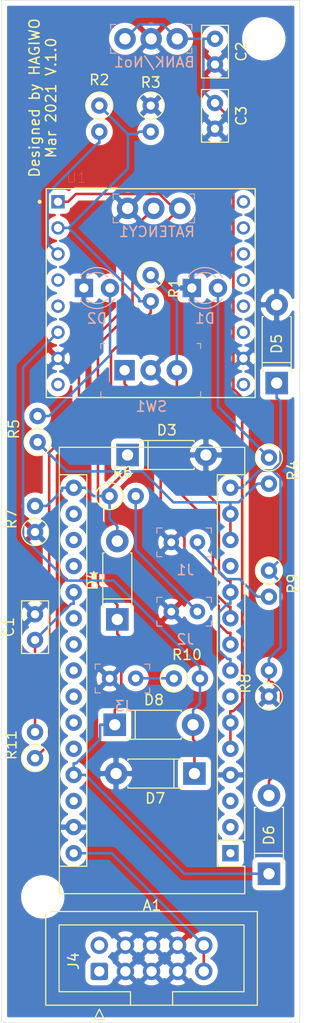
<source format=kicad_pcb>
(kicad_pcb (version 20171130) (host pcbnew "(5.1.9)-1")
  (layers (0 F.Cu signal) (31 B.Cu signal) (34 B.Paste user) (35 F.Paste user) (36 B.SilkS user) (37 F.SilkS user) (38 B.Mask user) (39 F.Mask user) (44 Edge.Cuts user))
  (net 0 "")
  (net 1 "Net-(A1-Pad20)")
  (net 2 GND)
  (net 3 "Net-(A1-Pad5)")
  (net 4 "Net-(A1-Pad30)")
  (net 5 "Net-(J4-Pad2)")
  (net 6 "Net-(J4-Pad1)")
  (net 7 "Net-(A1-Pad11)")
  (net 8 "Net-(A1-Pad9)")
  (net 9 "Net-(R2-Pad2)")
  (net 10 "Net-(D1-Pad2)")
  (net 11 "Net-(A1-Pad13)")
  (net 12 "Net-(D2-Pad2)")
  (net 13 "Net-(A1-Pad16)")
  (net 14 "Net-(J2-PadT)")
  (net 15 "Net-(A1-Pad15)")
  (net 16 "Net-(J1-PadT)")
  (net 17 "Net-(J3-PadT)")
  (net 18 "Net-(D7-Pad1)")
  (net 19 "Net-(R11-Pad1)")
  (net 20 "Net-(A1-Pad1)")
  (net 21 "Net-(A1-Pad17)")
  (net 22 "Net-(A1-Pad2)")
  (net 23 "Net-(A1-Pad18)")
  (net 24 "Net-(A1-Pad3)")
  (net 25 "Net-(A1-Pad19)")
  (net 26 "Net-(A1-Pad21)")
  (net 27 "Net-(A1-Pad22)")
  (net 28 "Net-(A1-Pad7)")
  (net 29 "Net-(A1-Pad23)")
  (net 30 "Net-(A1-Pad24)")
  (net 31 "Net-(A1-Pad25)")
  (net 32 "Net-(A1-Pad10)")
  (net 33 "Net-(A1-Pad26)")
  (net 34 5V)
  (net 35 "Net-(A1-Pad12)")
  (net 36 "Net-(A1-Pad28)")
  (net 37 "Net-(U1-Pad9)")
  (net 38 "Net-(U1-Pad8)")
  (net 39 "Net-(U1-Pad16)")
  (net 40 "Net-(U1-Pad15)")
  (net 41 "Net-(U1-Pad11)")
  (net 42 "Net-(U1-Pad14)")
  (net 43 "Net-(U1-Pad12)")
  (net 44 "Net-(U1-Pad13)")
  (net 45 "Net-(U1-Pad5)")
  (net 46 "Net-(U1-Pad4)")
  (module MountingHole:MountingHole_3.2mm_M3 (layer F.Cu) (at 100.5 39.25)
    (fp_text reference H6 hide)
    (fp_text value MountingHole hide)
    (pad 1 np_thru_hole circle (at 0 0) (size 3.2 3.2) (drill 3.2) (layers *.Cu *.Mask))
  )
  (module MountingHole:MountingHole_3.2mm_M3 (layer F.Cu) (at 79 122.75)
    (fp_text reference H7 hide)
    (fp_text value MountingHole hide)
    (pad 1 np_thru_hole circle (at 0 0) (size 3.2 3.2) (drill 3.2) (layers *.Cu *.Mask))
  )
  (module digikey-footprints:Switch_Toggle_ATE1D-2M3-10-Z (layer B.Cu) (at 89.5 71.5)
    (fp_text reference SW1 (at 0.06 3.53) (layer B.SilkS) (effects (justify mirror)))
    (fp_text value "ON OFF ON")
    (fp_line (start -4.85 2.6) (end -4.5 2.6) (layer B.SilkS) (width 0.1))
    (fp_line (start -4.85 2.6) (end -4.85 2.1) (layer B.SilkS) (width 0.1))
    (fp_line (start 4.85 2.6) (end 4.5 2.6) (layer B.SilkS) (width 0.1))
    (fp_line (start 4.85 2.6) (end 4.85 2.1) (layer B.SilkS) (width 0.1))
    (fp_line (start 4.85 -2.6) (end 4.85 -2.1) (layer B.SilkS) (width 0.1))
    (fp_line (start 4.85 -2.6) (end 4.5 -2.6) (layer B.SilkS) (width 0.1))
    (fp_line (start -4.85 -2.6) (end -4.5 -2.6) (layer B.SilkS) (width 0.1))
    (fp_line (start -4.85 -2.6) (end -4.85 -2.1) (layer B.SilkS) (width 0.1))
    (pad 3 thru_hole circle (at 2.54 0) (size 2 2) (drill 1) (layers *.Cu *.Mask) (net 7 "Net-(A1-Pad11)"))
    (pad 2 thru_hole circle (at 0 0) (size 2 2) (drill 1) (layers *.Cu *.Mask) (net 2 GND))
    (pad 1 thru_hole rect (at -2.54 0) (size 2 2) (drill 1) (layers *.Cu *.Mask) (net 32 "Net-(A1-Pad10)"))
  )
  (module Modul_DFR0299:MODULE_DFR0299 (layer F.Cu) (at 89.5 64)
    (fp_text reference U1 (at -7.225 -11.235) (layer F.SilkS) (effects (font (thickness 0.015))))
    (fp_text value DFR0299)
    (fp_circle (center -10.8 -8.89) (end -10.7 -8.89) (layer F.SilkS) (width 0.2))
    (fp_line (start 10.16 10.16) (end -10.16 10.16) (layer F.SilkS) (width 0.127))
    (fp_line (start 10.16 -10.16) (end 10.16 10.16) (layer F.SilkS) (width 0.127))
    (fp_line (start -10.16 -10.16) (end 10.16 -10.16) (layer F.SilkS) (width 0.127))
    (fp_line (start -10.16 10.16) (end -10.16 -10.16) (layer F.SilkS) (width 0.127))
    (pad 9 thru_hole circle (at 9.017 8.89) (size 1.308 1.308) (drill 0.8) (layers *.Cu *.Mask) (net 37 "Net-(U1-Pad9)"))
    (pad 8 thru_hole circle (at -9.017 8.89) (size 1.308 1.308) (drill 0.8) (layers *.Cu *.Mask) (net 38 "Net-(U1-Pad8)"))
    (pad 16 thru_hole circle (at 9.017 -8.89) (size 1.308 1.308) (drill 0.8) (layers *.Cu *.Mask) (net 39 "Net-(U1-Pad16)"))
    (pad 1 thru_hole rect (at -9.017 -8.89) (size 1.308 1.308) (drill 0.8) (layers *.Cu *.Mask) (net 34 5V))
    (pad 10 thru_hole circle (at 9.017 6.35) (size 1.308 1.308) (drill 0.8) (layers *.Cu *.Mask) (net 2 GND))
    (pad 7 thru_hole circle (at -9.017 6.35) (size 1.308 1.308) (drill 0.8) (layers *.Cu *.Mask) (net 2 GND))
    (pad 15 thru_hole circle (at 9.017 -6.35) (size 1.308 1.308) (drill 0.8) (layers *.Cu *.Mask) (net 40 "Net-(U1-Pad15)"))
    (pad 2 thru_hole circle (at -9.017 -6.35) (size 1.308 1.308) (drill 0.8) (layers *.Cu *.Mask) (net 8 "Net-(A1-Pad9)"))
    (pad 11 thru_hole circle (at 9.017 3.81) (size 1.308 1.308) (drill 0.8) (layers *.Cu *.Mask) (net 41 "Net-(U1-Pad11)"))
    (pad 14 thru_hole circle (at 9.017 -3.81) (size 1.308 1.308) (drill 0.8) (layers *.Cu *.Mask) (net 42 "Net-(U1-Pad14)"))
    (pad 3 thru_hole circle (at -9.017 -3.81) (size 1.308 1.308) (drill 0.8) (layers *.Cu *.Mask) (net 9 "Net-(R2-Pad2)"))
    (pad 6 thru_hole circle (at -9.017 3.81) (size 1.308 1.308) (drill 0.8) (layers *.Cu *.Mask) (net 18 "Net-(D7-Pad1)"))
    (pad 12 thru_hole circle (at 9.017 1.27) (size 1.308 1.308) (drill 0.8) (layers *.Cu *.Mask) (net 43 "Net-(U1-Pad12)"))
    (pad 13 thru_hole circle (at 9.017 -1.27) (size 1.308 1.308) (drill 0.8) (layers *.Cu *.Mask) (net 44 "Net-(U1-Pad13)"))
    (pad 5 thru_hole circle (at -9.017 1.27) (size 1.308 1.308) (drill 0.8) (layers *.Cu *.Mask) (net 45 "Net-(U1-Pad5)"))
    (pad 4 thru_hole circle (at -9.017 -1.27) (size 1.308 1.308) (drill 0.8) (layers *.Cu *.Mask) (net 46 "Net-(U1-Pad4)"))
  )
  (module digikey-footprints:PinHeader_1x3_P2.54_Drill1.1mm (layer B.Cu) (at 87.25 55.75)
    (fp_text reference RATENCY1 (at 2.85 2.28) (layer B.SilkS) (effects (justify mirror)))
    (fp_text value 100k)
    (fp_line (start 6.5 1.4) (end 6 1.4) (layer B.SilkS) (width 0.1))
    (fp_line (start 6.5 1.4) (end 6.5 0.9) (layer B.SilkS) (width 0.1))
    (fp_line (start -1.4 1.4) (end -0.9 1.4) (layer B.SilkS) (width 0.1))
    (fp_line (start -1.4 1.4) (end -1.4 0.9) (layer B.SilkS) (width 0.1))
    (fp_line (start -1.4 -1.4) (end -1.4 -0.9) (layer B.SilkS) (width 0.1))
    (fp_line (start -1.4 -1.4) (end -0.9 -1.4) (layer B.SilkS) (width 0.1))
    (fp_line (start 6.5 -1.4) (end 6 -1.4) (layer B.SilkS) (width 0.1))
    (fp_line (start 6.5 -1.4) (end 6.5 -0.9) (layer B.SilkS) (width 0.1))
    (pad 3 thru_hole circle (at 5.08 0) (size 2.1 2.1) (drill 1.1) (layers *.Cu *.Mask) (net 34 5V))
    (pad 2 thru_hole circle (at 2.54 0) (size 2.1 2.1) (drill 1.1) (layers *.Cu *.Mask) (net 19 "Net-(R11-Pad1)"))
    (pad 1 thru_hole circle (at 0 0) (size 2.1 2.1) (drill 1.1) (layers *.Cu *.Mask) (net 2 GND))
  )
  (module Diodes_THT:D_DO-41_SOD81_P7.62mm_Horizontal (layer F.Cu) (at 86 106)
    (fp_text reference D8 (at 3.81 -2.41) (layer F.SilkS))
    (fp_text value D_Schottky)
    (fp_line (start 1.15 -1.28) (end 1.15 -1.41) (layer F.SilkS) (width 0.12))
    (fp_line (start 1.15 -1.41) (end 6.47 -1.41) (layer F.SilkS) (width 0.12))
    (fp_line (start 6.47 -1.41) (end 6.47 -1.28) (layer F.SilkS) (width 0.12))
    (fp_line (start 1.15 1.28) (end 1.15 1.41) (layer F.SilkS) (width 0.12))
    (fp_line (start 1.15 1.41) (end 6.47 1.41) (layer F.SilkS) (width 0.12))
    (fp_line (start 6.47 1.41) (end 6.47 1.28) (layer F.SilkS) (width 0.12))
    (fp_line (start 1.99 -1.41) (end 1.99 1.41) (layer F.SilkS) (width 0.12))
    (pad 1 thru_hole rect (at 0 0) (size 2.2 2.2) (drill 1.1) (layers *.Cu *.Mask) (net 34 5V))
    (pad 2 thru_hole oval (at 7.62 0) (size 2.2 2.2) (drill 1.1) (layers *.Cu *.Mask) (net 18 "Net-(D7-Pad1)"))
  )
  (module Diodes_THT:D_DO-41_SOD81_P7.62mm_Horizontal (layer F.Cu) (at 93.75 110.75 180)
    (fp_text reference D7 (at 3.81 -2.41) (layer F.SilkS))
    (fp_text value D_Schottky)
    (fp_line (start 1.15 -1.28) (end 1.15 -1.41) (layer F.SilkS) (width 0.12))
    (fp_line (start 1.15 -1.41) (end 6.47 -1.41) (layer F.SilkS) (width 0.12))
    (fp_line (start 6.47 -1.41) (end 6.47 -1.28) (layer F.SilkS) (width 0.12))
    (fp_line (start 1.15 1.28) (end 1.15 1.41) (layer F.SilkS) (width 0.12))
    (fp_line (start 1.15 1.41) (end 6.47 1.41) (layer F.SilkS) (width 0.12))
    (fp_line (start 6.47 1.41) (end 6.47 1.28) (layer F.SilkS) (width 0.12))
    (fp_line (start 1.99 -1.41) (end 1.99 1.41) (layer F.SilkS) (width 0.12))
    (pad 1 thru_hole rect (at 0 0 180) (size 2.2 2.2) (drill 1.1) (layers *.Cu *.Mask) (net 18 "Net-(D7-Pad1)"))
    (pad 2 thru_hole oval (at 7.62 0 180) (size 2.2 2.2) (drill 1.1) (layers *.Cu *.Mask) (net 2 GND))
  )
  (module Diodes_THT:D_DO-41_SOD81_P7.62mm_Horizontal (layer F.Cu) (at 101 120.5 90)
    (fp_text reference D6 (at 3.75 0 90) (layer F.SilkS))
    (fp_text value D_Schottky)
    (fp_line (start 1.15 -1.28) (end 1.15 -1.41) (layer F.SilkS) (width 0.12))
    (fp_line (start 1.15 -1.41) (end 6.47 -1.41) (layer F.SilkS) (width 0.12))
    (fp_line (start 6.47 -1.41) (end 6.47 -1.28) (layer F.SilkS) (width 0.12))
    (fp_line (start 1.15 1.28) (end 1.15 1.41) (layer F.SilkS) (width 0.12))
    (fp_line (start 1.15 1.41) (end 6.47 1.41) (layer F.SilkS) (width 0.12))
    (fp_line (start 6.47 1.41) (end 6.47 1.28) (layer F.SilkS) (width 0.12))
    (fp_line (start 1.99 -1.41) (end 1.99 1.41) (layer F.SilkS) (width 0.12))
    (pad 1 thru_hole rect (at 0 0 90) (size 2.2 2.2) (drill 1.1) (layers *.Cu *.Mask) (net 34 5V))
    (pad 2 thru_hole oval (at 7.62 0 90) (size 2.2 2.2) (drill 1.1) (layers *.Cu *.Mask) (net 15 "Net-(A1-Pad15)"))
  )
  (module Diodes_THT:D_DO-41_SOD81_P7.62mm_Horizontal (layer F.Cu) (at 101.75 72.75 90)
    (fp_text reference D5 (at 3.81 0 90) (layer F.SilkS))
    (fp_text value D_Schottky)
    (fp_line (start 1.15 -1.28) (end 1.15 -1.41) (layer F.SilkS) (width 0.12))
    (fp_line (start 1.15 -1.41) (end 6.47 -1.41) (layer F.SilkS) (width 0.12))
    (fp_line (start 6.47 -1.41) (end 6.47 -1.28) (layer F.SilkS) (width 0.12))
    (fp_line (start 1.15 1.28) (end 1.15 1.41) (layer F.SilkS) (width 0.12))
    (fp_line (start 1.15 1.41) (end 6.47 1.41) (layer F.SilkS) (width 0.12))
    (fp_line (start 6.47 1.41) (end 6.47 1.28) (layer F.SilkS) (width 0.12))
    (fp_line (start 1.99 -1.41) (end 1.99 1.41) (layer F.SilkS) (width 0.12))
    (pad 1 thru_hole rect (at 0 0 90) (size 2.2 2.2) (drill 1.1) (layers *.Cu *.Mask) (net 15 "Net-(A1-Pad15)"))
    (pad 2 thru_hole oval (at 7.62 0 90) (size 2.2 2.2) (drill 1.1) (layers *.Cu *.Mask) (net 2 GND))
  )
  (module Diodes_THT:D_DO-41_SOD81_P7.62mm_Horizontal (layer F.Cu) (at 86.25 95.75 90)
    (fp_text reference D4 (at 3.81 -2.41 90) (layer F.SilkS))
    (fp_text value D_Schottky)
    (fp_line (start 1.15 -1.28) (end 1.15 -1.41) (layer F.SilkS) (width 0.12))
    (fp_line (start 1.15 -1.41) (end 6.47 -1.41) (layer F.SilkS) (width 0.12))
    (fp_line (start 6.47 -1.41) (end 6.47 -1.28) (layer F.SilkS) (width 0.12))
    (fp_line (start 1.15 1.28) (end 1.15 1.41) (layer F.SilkS) (width 0.12))
    (fp_line (start 1.15 1.41) (end 6.47 1.41) (layer F.SilkS) (width 0.12))
    (fp_line (start 6.47 1.41) (end 6.47 1.28) (layer F.SilkS) (width 0.12))
    (fp_line (start 1.99 -1.41) (end 1.99 1.41) (layer F.SilkS) (width 0.12))
    (pad 1 thru_hole rect (at 0 0 90) (size 2.2 2.2) (drill 1.1) (layers *.Cu *.Mask) (net 34 5V))
    (pad 2 thru_hole oval (at 7.62 0 90) (size 2.2 2.2) (drill 1.1) (layers *.Cu *.Mask) (net 13 "Net-(A1-Pad16)"))
  )
  (module Diodes_THT:D_DO-41_SOD81_P7.62mm_Horizontal (layer F.Cu) (at 87.25 79.75)
    (fp_text reference D3 (at 3.81 -2.41) (layer F.SilkS))
    (fp_text value D_Schottky)
    (fp_line (start 1.15 -1.28) (end 1.15 -1.41) (layer F.SilkS) (width 0.12))
    (fp_line (start 1.15 -1.41) (end 6.47 -1.41) (layer F.SilkS) (width 0.12))
    (fp_line (start 6.47 -1.41) (end 6.47 -1.28) (layer F.SilkS) (width 0.12))
    (fp_line (start 1.15 1.28) (end 1.15 1.41) (layer F.SilkS) (width 0.12))
    (fp_line (start 1.15 1.41) (end 6.47 1.41) (layer F.SilkS) (width 0.12))
    (fp_line (start 6.47 1.41) (end 6.47 1.28) (layer F.SilkS) (width 0.12))
    (fp_line (start 1.99 -1.41) (end 1.99 1.41) (layer F.SilkS) (width 0.12))
    (pad 1 thru_hole rect (at 0 0) (size 2.2 2.2) (drill 1.1) (layers *.Cu *.Mask) (net 13 "Net-(A1-Pad16)"))
    (pad 2 thru_hole oval (at 7.62 0) (size 2.2 2.2) (drill 1.1) (layers *.Cu *.Mask) (net 2 GND))
  )
  (module LEDs:LED_D3.0mm (layer B.Cu) (at 83 63.5)
    (fp_text reference D2 (at 1.27 2.96) (layer B.SilkS) (effects (justify mirror)))
    (fp_text value "LED NO.")
    (fp_line (start -0.29 1.236) (end -0.29 1.08) (layer B.SilkS) (width 0.12))
    (fp_line (start -0.29 -1.08) (end -0.29 -1.236) (layer B.SilkS) (width 0.12))
    (fp_arc (start 1.27 0) (end -0.29 1.235516) (angle -108.8) (layer B.SilkS) (width 0.12))
    (fp_arc (start 1.27 0) (end -0.29 -1.235516) (angle 108.8) (layer B.SilkS) (width 0.12))
    (fp_arc (start 1.27 0) (end 0.229039 1.08) (angle -87.9) (layer B.SilkS) (width 0.12))
    (fp_arc (start 1.27 0) (end 0.229039 -1.08) (angle 87.9) (layer B.SilkS) (width 0.12))
    (pad 1 thru_hole rect (at 0 0) (size 1.8 1.8) (drill 0.9) (layers *.Cu *.Mask) (net 2 GND))
    (pad 2 thru_hole circle (at 2.54 0) (size 1.8 1.8) (drill 0.9) (layers *.Cu *.Mask) (net 12 "Net-(D2-Pad2)"))
  )
  (module LEDs:LED_D3.0mm (layer B.Cu) (at 93.5 63.5)
    (fp_text reference D1 (at 1.27 2.96) (layer B.SilkS) (effects (justify mirror)))
    (fp_text value "LED BANK")
    (fp_line (start -0.29 1.236) (end -0.29 1.08) (layer B.SilkS) (width 0.12))
    (fp_line (start -0.29 -1.08) (end -0.29 -1.236) (layer B.SilkS) (width 0.12))
    (fp_arc (start 1.27 0) (end -0.29 1.235516) (angle -108.8) (layer B.SilkS) (width 0.12))
    (fp_arc (start 1.27 0) (end -0.29 -1.235516) (angle 108.8) (layer B.SilkS) (width 0.12))
    (fp_arc (start 1.27 0) (end 0.229039 1.08) (angle -87.9) (layer B.SilkS) (width 0.12))
    (fp_arc (start 1.27 0) (end 0.229039 -1.08) (angle 87.9) (layer B.SilkS) (width 0.12))
    (pad 1 thru_hole rect (at 0 0) (size 1.8 1.8) (drill 0.9) (layers *.Cu *.Mask) (net 2 GND))
    (pad 2 thru_hole circle (at 2.54 0) (size 1.8 1.8) (drill 0.9) (layers *.Cu *.Mask) (net 10 "Net-(D1-Pad2)"))
  )
  (module digikey-footprints:PinHeader_1x3_P2.54_Drill1.1mm (layer B.Cu) (at 87 39.25)
    (fp_text reference BANK/No1 (at 2.85 2.28) (layer B.SilkS) (effects (justify mirror)))
    (fp_text value Rotary_Encoder)
    (fp_line (start 6.5 1.4) (end 6 1.4) (layer B.SilkS) (width 0.1))
    (fp_line (start 6.5 1.4) (end 6.5 0.9) (layer B.SilkS) (width 0.1))
    (fp_line (start -1.4 1.4) (end -0.9 1.4) (layer B.SilkS) (width 0.1))
    (fp_line (start -1.4 1.4) (end -1.4 0.9) (layer B.SilkS) (width 0.1))
    (fp_line (start -1.4 -1.4) (end -1.4 -0.9) (layer B.SilkS) (width 0.1))
    (fp_line (start -1.4 -1.4) (end -0.9 -1.4) (layer B.SilkS) (width 0.1))
    (fp_line (start 6.5 -1.4) (end 6 -1.4) (layer B.SilkS) (width 0.1))
    (fp_line (start 6.5 -1.4) (end 6.5 -0.9) (layer B.SilkS) (width 0.1))
    (pad 3 thru_hole circle (at 5.08 0) (size 2.1 2.1) (drill 1.1) (layers *.Cu *.Mask) (net 3 "Net-(A1-Pad5)"))
    (pad 2 thru_hole circle (at 2.54 0) (size 2.1 2.1) (drill 1.1) (layers *.Cu *.Mask) (net 2 GND))
    (pad 1 thru_hole circle (at 0 0) (size 2.1 2.1) (drill 1.1) (layers *.Cu *.Mask) (net 3 "Net-(A1-Pad5)"))
  )
  (module Modules:Arduino_Nano (layer F.Cu) (at 97.25 118.5 180)
    (fp_text reference A1 (at 7.62 -5.08) (layer F.SilkS))
    (fp_text value Arduino_Nano_v3.x)
    (fp_line (start 1.27 1.27) (end 1.27 -1.27) (layer F.SilkS) (width 0.12))
    (fp_line (start 1.27 -1.27) (end -1.4 -1.27) (layer F.SilkS) (width 0.12))
    (fp_line (start -1.4 1.27) (end -1.4 39.5) (layer F.SilkS) (width 0.12))
    (fp_line (start -1.4 -3.94) (end -1.4 -1.27) (layer F.SilkS) (width 0.12))
    (fp_line (start 13.97 -1.27) (end 16.64 -1.27) (layer F.SilkS) (width 0.12))
    (fp_line (start 13.97 -1.27) (end 13.97 36.83) (layer F.SilkS) (width 0.12))
    (fp_line (start 13.97 36.83) (end 16.64 36.83) (layer F.SilkS) (width 0.12))
    (fp_line (start 1.27 1.27) (end -1.4 1.27) (layer F.SilkS) (width 0.12))
    (fp_line (start 1.27 1.27) (end 1.27 36.83) (layer F.SilkS) (width 0.12))
    (fp_line (start 1.27 36.83) (end -1.4 36.83) (layer F.SilkS) (width 0.12))
    (fp_line (start -1.4 39.5) (end 16.64 39.5) (layer F.SilkS) (width 0.12))
    (fp_line (start 16.64 39.5) (end 16.64 -3.94) (layer F.SilkS) (width 0.12))
    (fp_line (start 16.64 -3.94) (end -1.4 -3.94) (layer F.SilkS) (width 0.12))
    (pad 1 thru_hole rect (at 0 0 180) (size 1.6 1.6) (drill 0.8) (layers *.Cu *.Mask) (net 20 "Net-(A1-Pad1)"))
    (pad 17 thru_hole oval (at 15.24 33.02 180) (size 1.6 1.6) (drill 0.8) (layers *.Cu *.Mask) (net 21 "Net-(A1-Pad17)"))
    (pad 2 thru_hole oval (at 0 2.54 180) (size 1.6 1.6) (drill 0.8) (layers *.Cu *.Mask) (net 22 "Net-(A1-Pad2)"))
    (pad 18 thru_hole oval (at 15.24 30.48 180) (size 1.6 1.6) (drill 0.8) (layers *.Cu *.Mask) (net 23 "Net-(A1-Pad18)"))
    (pad 3 thru_hole oval (at 0 5.08 180) (size 1.6 1.6) (drill 0.8) (layers *.Cu *.Mask) (net 24 "Net-(A1-Pad3)"))
    (pad 19 thru_hole oval (at 15.24 27.94 180) (size 1.6 1.6) (drill 0.8) (layers *.Cu *.Mask) (net 25 "Net-(A1-Pad19)"))
    (pad 4 thru_hole oval (at 0 7.62 180) (size 1.6 1.6) (drill 0.8) (layers *.Cu *.Mask) (net 2 GND))
    (pad 20 thru_hole oval (at 15.24 25.4 180) (size 1.6 1.6) (drill 0.8) (layers *.Cu *.Mask) (net 1 "Net-(A1-Pad20)"))
    (pad 5 thru_hole oval (at 0 10.16 180) (size 1.6 1.6) (drill 0.8) (layers *.Cu *.Mask) (net 3 "Net-(A1-Pad5)"))
    (pad 21 thru_hole oval (at 15.24 22.86 180) (size 1.6 1.6) (drill 0.8) (layers *.Cu *.Mask) (net 26 "Net-(A1-Pad21)"))
    (pad 6 thru_hole oval (at 0 12.7 180) (size 1.6 1.6) (drill 0.8) (layers *.Cu *.Mask) (net 3 "Net-(A1-Pad5)"))
    (pad 22 thru_hole oval (at 15.24 20.32 180) (size 1.6 1.6) (drill 0.8) (layers *.Cu *.Mask) (net 27 "Net-(A1-Pad22)"))
    (pad 7 thru_hole oval (at 0 15.24 180) (size 1.6 1.6) (drill 0.8) (layers *.Cu *.Mask) (net 28 "Net-(A1-Pad7)"))
    (pad 23 thru_hole oval (at 15.24 17.78 180) (size 1.6 1.6) (drill 0.8) (layers *.Cu *.Mask) (net 29 "Net-(A1-Pad23)"))
    (pad 8 thru_hole oval (at 0 17.78 180) (size 1.6 1.6) (drill 0.8) (layers *.Cu *.Mask) (net 7 "Net-(A1-Pad11)"))
    (pad 24 thru_hole oval (at 15.24 15.24 180) (size 1.6 1.6) (drill 0.8) (layers *.Cu *.Mask) (net 30 "Net-(A1-Pad24)"))
    (pad 9 thru_hole oval (at 0 20.32 180) (size 1.6 1.6) (drill 0.8) (layers *.Cu *.Mask) (net 8 "Net-(A1-Pad9)"))
    (pad 25 thru_hole oval (at 15.24 12.7 180) (size 1.6 1.6) (drill 0.8) (layers *.Cu *.Mask) (net 31 "Net-(A1-Pad25)"))
    (pad 10 thru_hole oval (at 0 22.86 180) (size 1.6 1.6) (drill 0.8) (layers *.Cu *.Mask) (net 32 "Net-(A1-Pad10)"))
    (pad 26 thru_hole oval (at 15.24 10.16 180) (size 1.6 1.6) (drill 0.8) (layers *.Cu *.Mask) (net 33 "Net-(A1-Pad26)"))
    (pad 11 thru_hole oval (at 0 25.4 180) (size 1.6 1.6) (drill 0.8) (layers *.Cu *.Mask) (net 7 "Net-(A1-Pad11)"))
    (pad 27 thru_hole oval (at 15.24 7.62 180) (size 1.6 1.6) (drill 0.8) (layers *.Cu *.Mask) (net 34 5V))
    (pad 12 thru_hole oval (at 0 27.94 180) (size 1.6 1.6) (drill 0.8) (layers *.Cu *.Mask) (net 35 "Net-(A1-Pad12)"))
    (pad 28 thru_hole oval (at 15.24 5.08 180) (size 1.6 1.6) (drill 0.8) (layers *.Cu *.Mask) (net 36 "Net-(A1-Pad28)"))
    (pad 13 thru_hole oval (at 0 30.48 180) (size 1.6 1.6) (drill 0.8) (layers *.Cu *.Mask) (net 11 "Net-(A1-Pad13)"))
    (pad 29 thru_hole oval (at 15.24 2.54 180) (size 1.6 1.6) (drill 0.8) (layers *.Cu *.Mask) (net 2 GND))
    (pad 14 thru_hole oval (at 0 33.02 180) (size 1.6 1.6) (drill 0.8) (layers *.Cu *.Mask) (net 11 "Net-(A1-Pad13)"))
    (pad 30 thru_hole oval (at 15.24 0 180) (size 1.6 1.6) (drill 0.8) (layers *.Cu *.Mask) (net 4 "Net-(A1-Pad30)"))
    (pad 15 thru_hole oval (at 0 35.56 180) (size 1.6 1.6) (drill 0.8) (layers *.Cu *.Mask) (net 15 "Net-(A1-Pad15)"))
    (pad 16 thru_hole oval (at 15.24 35.56 180) (size 1.6 1.6) (drill 0.8) (layers *.Cu *.Mask) (net 13 "Net-(A1-Pad16)"))
  )
  (module Resistors_THT:R_Axial_DIN0207_L6.3mm_D2.5mm_P2.54mm_Vertical (layer F.Cu) (at 78.25 109.25 90)
    (fp_text reference R11 (at 1.27 -2.31 90) (layer F.SilkS))
    (fp_text value 1k)
    (fp_circle (center 0 0) (end 1.31 0) (layer F.SilkS) (width 0.12))
    (fp_line (start 1.31 0) (end 1.44 0) (layer F.SilkS) (width 0.12))
    (pad 1 thru_hole circle (at 0 0 90) (size 1.6 1.6) (drill 0.8) (layers *.Cu *.Mask) (net 19 "Net-(R11-Pad1)"))
    (pad 2 thru_hole oval (at 2.54 0 90) (size 1.6 1.6) (drill 0.8) (layers *.Cu *.Mask) (net 1 "Net-(A1-Pad20)"))
  )
  (module Resistors_THT:R_Axial_DIN0207_L6.3mm_D2.5mm_P2.54mm_Vertical (layer F.Cu) (at 91.75 101.5)
    (fp_text reference R10 (at 1.27 -2.31) (layer F.SilkS))
    (fp_text value 550R)
    (fp_circle (center 0 0) (end 1.31 0) (layer F.SilkS) (width 0.12))
    (fp_line (start 1.31 0) (end 1.44 0) (layer F.SilkS) (width 0.12))
    (pad 1 thru_hole circle (at 0 0) (size 1.6 1.6) (drill 0.8) (layers *.Cu *.Mask) (net 17 "Net-(J3-PadT)"))
    (pad 2 thru_hole oval (at 2.54 0) (size 1.6 1.6) (drill 0.8) (layers *.Cu *.Mask) (net 18 "Net-(D7-Pad1)"))
  )
  (module Resistors_THT:R_Axial_DIN0207_L6.3mm_D2.5mm_P2.54mm_Vertical (layer F.Cu) (at 101 91 270)
    (fp_text reference R9 (at 1.27 -2.31 90) (layer F.SilkS))
    (fp_text value 1k)
    (fp_circle (center 0 0) (end 1.31 0) (layer F.SilkS) (width 0.12))
    (fp_line (start 1.31 0) (end 1.44 0) (layer F.SilkS) (width 0.12))
    (pad 1 thru_hole circle (at 0 0 270) (size 1.6 1.6) (drill 0.8) (layers *.Cu *.Mask) (net 15 "Net-(A1-Pad15)"))
    (pad 2 thru_hole oval (at 2.54 0 270) (size 1.6 1.6) (drill 0.8) (layers *.Cu *.Mask) (net 16 "Net-(J1-PadT)"))
  )
  (module Resistors_THT:R_Axial_DIN0207_L6.3mm_D2.5mm_P2.54mm_Vertical (layer F.Cu) (at 101 103.25 90)
    (fp_text reference R8 (at 1.27 -2.31 90) (layer F.SilkS))
    (fp_text value 1k)
    (fp_circle (center 0 0) (end 1.31 0) (layer F.SilkS) (width 0.12))
    (fp_line (start 1.31 0) (end 1.44 0) (layer F.SilkS) (width 0.12))
    (pad 1 thru_hole circle (at 0 0 90) (size 1.6 1.6) (drill 0.8) (layers *.Cu *.Mask) (net 2 GND))
    (pad 2 thru_hole oval (at 2.54 0 90) (size 1.6 1.6) (drill 0.8) (layers *.Cu *.Mask) (net 15 "Net-(A1-Pad15)"))
  )
  (module Resistors_THT:R_Axial_DIN0207_L6.3mm_D2.5mm_P2.54mm_Vertical (layer F.Cu) (at 78.25 87.25 90)
    (fp_text reference R7 (at 1.27 -2.31 90) (layer F.SilkS))
    (fp_text value 1k)
    (fp_circle (center 0 0) (end 1.31 0) (layer F.SilkS) (width 0.12))
    (fp_line (start 1.31 0) (end 1.44 0) (layer F.SilkS) (width 0.12))
    (pad 1 thru_hole circle (at 0 0 90) (size 1.6 1.6) (drill 0.8) (layers *.Cu *.Mask) (net 2 GND))
    (pad 2 thru_hole oval (at 2.54 0 90) (size 1.6 1.6) (drill 0.8) (layers *.Cu *.Mask) (net 13 "Net-(A1-Pad16)"))
  )
  (module Resistors_THT:R_Axial_DIN0207_L6.3mm_D2.5mm_P2.54mm_Vertical (layer F.Cu) (at 85.5 83.75)
    (fp_text reference R6 (at 1.27 -2.31) (layer F.SilkS))
    (fp_text value 1k)
    (fp_circle (center 0 0) (end 1.31 0) (layer F.SilkS) (width 0.12))
    (fp_line (start 1.31 0) (end 1.44 0) (layer F.SilkS) (width 0.12))
    (pad 1 thru_hole circle (at 0 0) (size 1.6 1.6) (drill 0.8) (layers *.Cu *.Mask) (net 13 "Net-(A1-Pad16)"))
    (pad 2 thru_hole oval (at 2.54 0) (size 1.6 1.6) (drill 0.8) (layers *.Cu *.Mask) (net 14 "Net-(J2-PadT)"))
  )
  (module Resistors_THT:R_Axial_DIN0207_L6.3mm_D2.5mm_P2.54mm_Vertical (layer F.Cu) (at 78.5 78.5 90)
    (fp_text reference R5 (at 1.27 -2.31 90) (layer F.SilkS))
    (fp_text value 3.3k)
    (fp_circle (center 0 0) (end 1.31 0) (layer F.SilkS) (width 0.12))
    (fp_line (start 1.31 0) (end 1.44 0) (layer F.SilkS) (width 0.12))
    (pad 1 thru_hole circle (at 0 0 90) (size 1.6 1.6) (drill 0.8) (layers *.Cu *.Mask) (net 11 "Net-(A1-Pad13)"))
    (pad 2 thru_hole oval (at 2.54 0 90) (size 1.6 1.6) (drill 0.8) (layers *.Cu *.Mask) (net 12 "Net-(D2-Pad2)"))
  )
  (module Resistors_THT:R_Axial_DIN0207_L6.3mm_D2.5mm_P2.54mm_Vertical (layer F.Cu) (at 101 80 270)
    (fp_text reference R4 (at 1.27 -2.31 90) (layer F.SilkS))
    (fp_text value 3.3k)
    (fp_circle (center 0 0) (end 1.31 0) (layer F.SilkS) (width 0.12))
    (fp_line (start 1.31 0) (end 1.44 0) (layer F.SilkS) (width 0.12))
    (pad 1 thru_hole circle (at 0 0 270) (size 1.6 1.6) (drill 0.8) (layers *.Cu *.Mask) (net 10 "Net-(D1-Pad2)"))
    (pad 2 thru_hole oval (at 2.54 0 270) (size 1.6 1.6) (drill 0.8) (layers *.Cu *.Mask) (net 11 "Net-(A1-Pad13)"))
  )
  (module Resistors_THT:R_Axial_DIN0207_L6.3mm_D2.5mm_P2.54mm_Vertical (layer F.Cu) (at 89.5 45.75 270)
    (fp_text reference R3 (at -2.25 0 180) (layer F.SilkS))
    (fp_text value 2.2k)
    (fp_circle (center 0 0) (end 1.31 0) (layer F.SilkS) (width 0.12))
    (fp_line (start 1.31 0) (end 1.44 0) (layer F.SilkS) (width 0.12))
    (pad 1 thru_hole circle (at 0 0 270) (size 1.6 1.6) (drill 0.8) (layers *.Cu *.Mask) (net 2 GND))
    (pad 2 thru_hole oval (at 2.54 0 270) (size 1.6 1.6) (drill 0.8) (layers *.Cu *.Mask) (net 8 "Net-(A1-Pad9)"))
  )
  (module Resistors_THT:R_Axial_DIN0207_L6.3mm_D2.5mm_P2.54mm_Vertical (layer F.Cu) (at 84.5 45.75 270)
    (fp_text reference R2 (at -2.5 0 180) (layer F.SilkS))
    (fp_text value 1k)
    (fp_circle (center 0 0) (end 1.31 0) (layer F.SilkS) (width 0.12))
    (fp_line (start 1.31 0) (end 1.44 0) (layer F.SilkS) (width 0.12))
    (pad 1 thru_hole circle (at 0 0 270) (size 1.6 1.6) (drill 0.8) (layers *.Cu *.Mask) (net 8 "Net-(A1-Pad9)"))
    (pad 2 thru_hole oval (at 2.54 0 270) (size 1.6 1.6) (drill 0.8) (layers *.Cu *.Mask) (net 9 "Net-(R2-Pad2)"))
  )
  (module Resistors_THT:R_Axial_DIN0207_L6.3mm_D2.5mm_P2.54mm_Vertical (layer F.Cu) (at 89.5 62.25 270)
    (fp_text reference R1 (at 1.27 -2.31 90) (layer F.SilkS))
    (fp_text value 1k)
    (fp_circle (center 0 0) (end 1.31 0) (layer F.SilkS) (width 0.12))
    (fp_line (start 1.31 0) (end 1.44 0) (layer F.SilkS) (width 0.12))
    (pad 1 thru_hole circle (at 0 0 270) (size 1.6 1.6) (drill 0.8) (layers *.Cu *.Mask) (net 7 "Net-(A1-Pad11)"))
    (pad 2 thru_hole oval (at 2.54 0 270) (size 1.6 1.6) (drill 0.8) (layers *.Cu *.Mask) (net 8 "Net-(A1-Pad9)"))
  )
  (module Connector_IDC:IDC-Header_2x05_P2.54mm_Vertical (layer F.Cu) (at 84.5 130 90)
    (fp_text reference J4 (at 1 -2.5 90) (layer F.SilkS))
    (fp_text value POWER)
    (fp_line (start -4.68 0.5) (end -3.68 0) (layer F.SilkS) (width 0.12))
    (fp_line (start -4.68 -0.5) (end -4.68 0.5) (layer F.SilkS) (width 0.12))
    (fp_line (start -3.68 0) (end -4.68 -0.5) (layer F.SilkS) (width 0.12))
    (fp_line (start -1.98 7.13) (end -3.29 7.13) (layer F.SilkS) (width 0.12))
    (fp_line (start -1.98 7.13) (end -1.98 7.13) (layer F.SilkS) (width 0.12))
    (fp_line (start -1.98 14.07) (end -1.98 7.13) (layer F.SilkS) (width 0.12))
    (fp_line (start 4.52 14.07) (end -1.98 14.07) (layer F.SilkS) (width 0.12))
    (fp_line (start 4.52 -3.91) (end 4.52 14.07) (layer F.SilkS) (width 0.12))
    (fp_line (start -1.98 -3.91) (end 4.52 -3.91) (layer F.SilkS) (width 0.12))
    (fp_line (start -1.98 3.03) (end -1.98 -3.91) (layer F.SilkS) (width 0.12))
    (fp_line (start -3.29 3.03) (end -1.98 3.03) (layer F.SilkS) (width 0.12))
    (fp_line (start -3.29 15.37) (end -3.29 -5.21) (layer F.SilkS) (width 0.12))
    (fp_line (start 5.83 15.37) (end -3.29 15.37) (layer F.SilkS) (width 0.12))
    (fp_line (start 5.83 -5.21) (end 5.83 15.37) (layer F.SilkS) (width 0.12))
    (fp_line (start -3.29 -5.21) (end 5.83 -5.21) (layer F.SilkS) (width 0.12))
    (pad 10 thru_hole circle (at 2.54 10.16 90) (size 1.7 1.7) (drill 1) (layers *.Cu *.Mask) (net 4 "Net-(A1-Pad30)"))
    (pad 8 thru_hole circle (at 2.54 7.62 90) (size 1.7 1.7) (drill 1) (layers *.Cu *.Mask) (net 2 GND))
    (pad 6 thru_hole circle (at 2.54 5.08 90) (size 1.7 1.7) (drill 1) (layers *.Cu *.Mask) (net 2 GND))
    (pad 4 thru_hole circle (at 2.54 2.54 90) (size 1.7 1.7) (drill 1) (layers *.Cu *.Mask) (net 2 GND))
    (pad 2 thru_hole circle (at 2.54 0 90) (size 1.7 1.7) (drill 1) (layers *.Cu *.Mask) (net 5 "Net-(J4-Pad2)"))
    (pad 9 thru_hole circle (at 0 10.16 90) (size 1.7 1.7) (drill 1) (layers *.Cu *.Mask) (net 4 "Net-(A1-Pad30)"))
    (pad 7 thru_hole circle (at 0 7.62 90) (size 1.7 1.7) (drill 1) (layers *.Cu *.Mask) (net 2 GND))
    (pad 5 thru_hole circle (at 0 5.08 90) (size 1.7 1.7) (drill 1) (layers *.Cu *.Mask) (net 2 GND))
    (pad 3 thru_hole circle (at 0 2.54 90) (size 1.7 1.7) (drill 1) (layers *.Cu *.Mask) (net 2 GND))
    (pad 1 thru_hole roundrect (at 0 0 90) (size 1.7 1.7) (drill 1) (layers *.Cu *.Mask) (roundrect_rratio 0.147059) (net 6 "Net-(J4-Pad1)"))
  )
  (module digikey-footprints:PinHeader_1x2_P2.54mm (layer B.Cu) (at 85.5 101.5)
    (fp_text reference J3 (at 1.37 2.69) (layer B.SilkS) (effects (justify mirror)))
    (fp_text value OUT)
    (fp_line (start 3.9 1.4) (end 3.4 1.4) (layer B.SilkS) (width 0.1))
    (fp_line (start 3.9 1.4) (end 3.9 0.9) (layer B.SilkS) (width 0.1))
    (fp_line (start -1.4 1.4) (end -0.9 1.4) (layer B.SilkS) (width 0.1))
    (fp_line (start -1.4 1.4) (end -1.4 0.9) (layer B.SilkS) (width 0.1))
    (fp_line (start -1.4 -1.4) (end -0.9 -1.4) (layer B.SilkS) (width 0.1))
    (fp_line (start -1.4 -1.4) (end -1.4 -0.9) (layer B.SilkS) (width 0.1))
    (fp_line (start 3.9 -1.4) (end 3.4 -1.4) (layer B.SilkS) (width 0.1))
    (fp_line (start 3.9 -1.4) (end 3.9 -0.9) (layer B.SilkS) (width 0.1))
    (pad 2 thru_hole circle (at 2.54 -0.02) (size 1.524 1.524) (drill 0.762) (layers *.Cu *.Mask) (net 17 "Net-(J3-PadT)"))
    (pad 1 thru_hole circle (at 0 0) (size 1.524 1.524) (drill 0.762) (layers *.Cu *.Mask) (net 2 GND))
  )
  (module digikey-footprints:PinHeader_1x2_P2.54mm (layer B.Cu) (at 91.5 95)
    (fp_text reference J2 (at 1.37 2.69) (layer B.SilkS) (effects (justify mirror)))
    (fp_text value TRIG2)
    (fp_line (start 3.9 1.4) (end 3.4 1.4) (layer B.SilkS) (width 0.1))
    (fp_line (start 3.9 1.4) (end 3.9 0.9) (layer B.SilkS) (width 0.1))
    (fp_line (start -1.4 1.4) (end -0.9 1.4) (layer B.SilkS) (width 0.1))
    (fp_line (start -1.4 1.4) (end -1.4 0.9) (layer B.SilkS) (width 0.1))
    (fp_line (start -1.4 -1.4) (end -0.9 -1.4) (layer B.SilkS) (width 0.1))
    (fp_line (start -1.4 -1.4) (end -1.4 -0.9) (layer B.SilkS) (width 0.1))
    (fp_line (start 3.9 -1.4) (end 3.4 -1.4) (layer B.SilkS) (width 0.1))
    (fp_line (start 3.9 -1.4) (end 3.9 -0.9) (layer B.SilkS) (width 0.1))
    (pad 2 thru_hole circle (at 2.54 -0.02) (size 1.524 1.524) (drill 0.762) (layers *.Cu *.Mask) (net 14 "Net-(J2-PadT)"))
    (pad 1 thru_hole circle (at 0 0) (size 1.524 1.524) (drill 0.762) (layers *.Cu *.Mask) (net 2 GND))
  )
  (module digikey-footprints:PinHeader_1x2_P2.54mm (layer B.Cu) (at 91.5 88.25)
    (fp_text reference J1 (at 1.37 2.69) (layer B.SilkS) (effects (justify mirror)))
    (fp_text value TRIG1)
    (fp_line (start 3.9 1.4) (end 3.4 1.4) (layer B.SilkS) (width 0.1))
    (fp_line (start 3.9 1.4) (end 3.9 0.9) (layer B.SilkS) (width 0.1))
    (fp_line (start -1.4 1.4) (end -0.9 1.4) (layer B.SilkS) (width 0.1))
    (fp_line (start -1.4 1.4) (end -1.4 0.9) (layer B.SilkS) (width 0.1))
    (fp_line (start -1.4 -1.4) (end -0.9 -1.4) (layer B.SilkS) (width 0.1))
    (fp_line (start -1.4 -1.4) (end -1.4 -0.9) (layer B.SilkS) (width 0.1))
    (fp_line (start 3.9 -1.4) (end 3.4 -1.4) (layer B.SilkS) (width 0.1))
    (fp_line (start 3.9 -1.4) (end 3.9 -0.9) (layer B.SilkS) (width 0.1))
    (pad 2 thru_hole circle (at 2.54 -0.02) (size 1.524 1.524) (drill 0.762) (layers *.Cu *.Mask) (net 16 "Net-(J1-PadT)"))
    (pad 1 thru_hole circle (at 0 0) (size 1.524 1.524) (drill 0.762) (layers *.Cu *.Mask) (net 2 GND))
  )
  (module Capacitors_THT:C_Disc_D5.0mm_W2.5mm_P2.50mm (layer F.Cu) (at 95.75 45.5 270)
    (fp_text reference C3 (at 1.25 -2.56 90) (layer F.SilkS))
    (fp_text value 0.01uF)
    (fp_line (start -1.31 -1.31) (end 3.81 -1.31) (layer F.SilkS) (width 0.12))
    (fp_line (start -1.31 1.31) (end 3.81 1.31) (layer F.SilkS) (width 0.12))
    (fp_line (start -1.31 -1.31) (end -1.31 1.31) (layer F.SilkS) (width 0.12))
    (fp_line (start 3.81 -1.31) (end 3.81 1.31) (layer F.SilkS) (width 0.12))
    (pad 1 thru_hole circle (at 0 0 270) (size 1.6 1.6) (drill 0.8) (layers *.Cu *.Mask) (net 3 "Net-(A1-Pad5)"))
    (pad 2 thru_hole circle (at 2.5 0 270) (size 1.6 1.6) (drill 0.8) (layers *.Cu *.Mask) (net 2 GND))
  )
  (module Capacitors_THT:C_Disc_D5.0mm_W2.5mm_P2.50mm (layer F.Cu) (at 95.75 39.25 270)
    (fp_text reference C2 (at 1.25 -2.56 90) (layer F.SilkS))
    (fp_text value 0.01uF)
    (fp_line (start -1.31 -1.31) (end 3.81 -1.31) (layer F.SilkS) (width 0.12))
    (fp_line (start -1.31 1.31) (end 3.81 1.31) (layer F.SilkS) (width 0.12))
    (fp_line (start -1.31 -1.31) (end -1.31 1.31) (layer F.SilkS) (width 0.12))
    (fp_line (start 3.81 -1.31) (end 3.81 1.31) (layer F.SilkS) (width 0.12))
    (pad 1 thru_hole circle (at 0 0 270) (size 1.6 1.6) (drill 0.8) (layers *.Cu *.Mask) (net 3 "Net-(A1-Pad5)"))
    (pad 2 thru_hole circle (at 2.5 0 270) (size 1.6 1.6) (drill 0.8) (layers *.Cu *.Mask) (net 2 GND))
  )
  (module Capacitors_THT:C_Disc_D5.0mm_W2.5mm_P2.50mm (layer F.Cu) (at 78.25 97.75 90)
    (fp_text reference C1 (at 1.25 -2.56 90) (layer F.SilkS))
    (fp_text value 0.1uF)
    (fp_line (start -1.31 -1.31) (end 3.81 -1.31) (layer F.SilkS) (width 0.12))
    (fp_line (start -1.31 1.31) (end 3.81 1.31) (layer F.SilkS) (width 0.12))
    (fp_line (start -1.31 -1.31) (end -1.31 1.31) (layer F.SilkS) (width 0.12))
    (fp_line (start 3.81 -1.31) (end 3.81 1.31) (layer F.SilkS) (width 0.12))
    (pad 1 thru_hole circle (at 0 0 90) (size 1.6 1.6) (drill 0.8) (layers *.Cu *.Mask) (net 1 "Net-(A1-Pad20)"))
    (pad 2 thru_hole circle (at 2.5 0 90) (size 1.6 1.6) (drill 0.8) (layers *.Cu *.Mask) (net 2 GND))
  )
  (gr_text "Designed by HAGIWO\nMar 2021 V.1.0" (at 79 45 90) (layer F.SilkS) (effects (font (size 1 1))))
  (gr_line (start 104 35.5) (end 104 135) (layer Edge.Cuts) (width 0.05))
  (gr_line (start 75 135) (end 104 135) (layer Edge.Cuts) (width 0.05))
  (gr_line (start 75 35.5) (end 104 35.5) (layer Edge.Cuts) (width 0.05))
  (gr_line (start 75 35.5) (end 75 135) (layer Edge.Cuts) (width 0.05))
  (segment (start 82.01 93.1) (end 82.01 94.2253) (width 0.25) (layer B.Cu) (net 1))
  (segment (start 78.25 97.75) (end 81.7747 94.2253) (width 0.25) (layer B.Cu) (net 1))
  (segment (start 81.7747 94.2253) (end 82.01 94.2253) (width 0.25) (layer B.Cu) (net 1))
  (segment (start 78.25 106.71) (end 78.25 97.75) (width 0.25) (layer F.Cu) (net 1))
  (segment (start 94.6246 39.25) (end 92.08 39.25) (width 0.25) (layer B.Cu) (net 3))
  (segment (start 95.75 39.25) (end 94.6246 39.25) (width 0.25) (layer B.Cu) (net 3))
  (segment (start 95.75 45.5) (end 94.6246 44.3746) (width 0.25) (layer B.Cu) (net 3))
  (segment (start 94.6246 44.3746) (end 94.6246 39.25) (width 0.25) (layer B.Cu) (net 3))
  (segment (start 92.08 39.25) (end 90.6769 37.8469) (width 0.25) (layer B.Cu) (net 3))
  (segment (start 90.6769 37.8469) (end 88.4031 37.8469) (width 0.25) (layer B.Cu) (net 3))
  (segment (start 88.4031 37.8469) (end 87 39.25) (width 0.25) (layer B.Cu) (net 3))
  (segment (start 97.25 105.8) (end 97.25 104.6747) (width 0.25) (layer F.Cu) (net 3))
  (segment (start 97.25 104.6747) (end 97.5313 104.6747) (width 0.25) (layer F.Cu) (net 3))
  (segment (start 97.5313 104.6747) (end 98.3967 103.8093) (width 0.25) (layer F.Cu) (net 3))
  (segment (start 98.3967 103.8093) (end 98.3967 74.1751) (width 0.25) (layer F.Cu) (net 3))
  (segment (start 98.3967 74.1751) (end 97.5377 73.3161) (width 0.25) (layer F.Cu) (net 3))
  (segment (start 97.5377 73.3161) (end 97.5377 47.2877) (width 0.25) (layer F.Cu) (net 3))
  (segment (start 97.5377 47.2877) (end 95.75 45.5) (width 0.25) (layer F.Cu) (net 3))
  (segment (start 97.25 108.34) (end 97.25 105.8) (width 0.25) (layer F.Cu) (net 3))
  (segment (start 94.66 127.46) (end 85.7 118.5) (width 0.25) (layer B.Cu) (net 4))
  (segment (start 85.7 118.5) (end 82.01 118.5) (width 0.25) (layer B.Cu) (net 4))
  (segment (start 94.66 130) (end 94.66 127.46) (width 0.25) (layer F.Cu) (net 4))
  (segment (start 97.25 93.1) (end 97.25 91.9747) (width 0.25) (layer F.Cu) (net 7))
  (segment (start 92.04 71.5) (end 92.04 80.5731) (width 0.25) (layer F.Cu) (net 7))
  (segment (start 92.04 80.5731) (end 96.1247 84.6578) (width 0.25) (layer F.Cu) (net 7))
  (segment (start 96.1247 84.6578) (end 96.1247 91.1308) (width 0.25) (layer F.Cu) (net 7))
  (segment (start 96.1247 91.1308) (end 96.9686 91.9747) (width 0.25) (layer F.Cu) (net 7))
  (segment (start 96.9686 91.9747) (end 97.25 91.9747) (width 0.25) (layer F.Cu) (net 7))
  (segment (start 97.25 100.72) (end 97.25 99.5947) (width 0.25) (layer B.Cu) (net 7))
  (segment (start 97.25 93.1) (end 97.25 94.2253) (width 0.25) (layer B.Cu) (net 7))
  (segment (start 97.25 94.2253) (end 96.9687 94.2253) (width 0.25) (layer B.Cu) (net 7))
  (segment (start 96.9687 94.2253) (end 96.1247 95.0693) (width 0.25) (layer B.Cu) (net 7))
  (segment (start 96.1247 95.0693) (end 96.1247 98.7508) (width 0.25) (layer B.Cu) (net 7))
  (segment (start 96.1247 98.7508) (end 96.9686 99.5947) (width 0.25) (layer B.Cu) (net 7))
  (segment (start 96.9686 99.5947) (end 97.25 99.5947) (width 0.25) (layer B.Cu) (net 7))
  (segment (start 89.5 62.25) (end 92.04 64.79) (width 0.25) (layer B.Cu) (net 7))
  (segment (start 92.04 64.79) (end 92.04 71.5) (width 0.25) (layer B.Cu) (net 7))
  (segment (start 97.25 98.18) (end 97.25 97.0547) (width 0.25) (layer F.Cu) (net 8))
  (segment (start 89.5 64.79) (end 89.5 65.9153) (width 0.25) (layer F.Cu) (net 8))
  (segment (start 89.5 65.9153) (end 85.6346 69.7807) (width 0.25) (layer F.Cu) (net 8))
  (segment (start 85.6346 69.7807) (end 85.6346 73.551) (width 0.25) (layer F.Cu) (net 8))
  (segment (start 85.6346 73.551) (end 90.4713 78.3877) (width 0.25) (layer F.Cu) (net 8))
  (segment (start 90.4713 78.3877) (end 90.4713 85.4771) (width 0.25) (layer F.Cu) (net 8))
  (segment (start 90.4713 85.4771) (end 92.78 87.7858) (width 0.25) (layer F.Cu) (net 8))
  (segment (start 92.78 87.7858) (end 92.78 91.0887) (width 0.25) (layer F.Cu) (net 8))
  (segment (start 92.78 91.0887) (end 96.1247 94.4334) (width 0.25) (layer F.Cu) (net 8))
  (segment (start 96.1247 94.4334) (end 96.1247 96.2108) (width 0.25) (layer F.Cu) (net 8))
  (segment (start 96.1247 96.2108) (end 96.9686 97.0547) (width 0.25) (layer F.Cu) (net 8))
  (segment (start 96.9686 97.0547) (end 97.25 97.0547) (width 0.25) (layer F.Cu) (net 8))
  (segment (start 89.5 48.29) (end 88.3747 48.29) (width 0.25) (layer B.Cu) (net 8))
  (segment (start 87.2787 48.5287) (end 88.136 48.5287) (width 0.25) (layer B.Cu) (net 8))
  (segment (start 88.136 48.5287) (end 88.3747 48.29) (width 0.25) (layer B.Cu) (net 8))
  (segment (start 84.5 45.75) (end 87.2787 48.5287) (width 0.25) (layer B.Cu) (net 8))
  (segment (start 81.516 57.65) (end 87.2787 51.8873) (width 0.25) (layer B.Cu) (net 8))
  (segment (start 87.2787 51.8873) (end 87.2787 48.5287) (width 0.25) (layer B.Cu) (net 8))
  (segment (start 81.516 57.65) (end 80.483 57.65) (width 0.25) (layer B.Cu) (net 8))
  (segment (start 88.3747 64.79) (end 88.3747 64.5087) (width 0.25) (layer B.Cu) (net 8))
  (segment (start 88.3747 64.5087) (end 81.516 57.65) (width 0.25) (layer B.Cu) (net 8))
  (segment (start 89.5 64.79) (end 88.3747 64.79) (width 0.25) (layer B.Cu) (net 8))
  (segment (start 84.5 48.29) (end 84.5 49.4153) (width 0.25) (layer B.Cu) (net 9))
  (segment (start 84.5 49.4153) (end 84.3593 49.4153) (width 0.25) (layer B.Cu) (net 9))
  (segment (start 84.3593 49.4153) (end 79.4772 54.2974) (width 0.25) (layer B.Cu) (net 9))
  (segment (start 79.4772 54.2974) (end 79.4772 59.1842) (width 0.25) (layer B.Cu) (net 9))
  (segment (start 79.4772 59.1842) (end 80.483 60.19) (width 0.25) (layer B.Cu) (net 9))
  (segment (start 101 80) (end 96.04 75.04) (width 0.25) (layer B.Cu) (net 10))
  (segment (start 96.04 75.04) (end 96.04 63.5) (width 0.25) (layer B.Cu) (net 10))
  (segment (start 78.5 78.5) (end 81.3454 81.3454) (width 0.25) (layer B.Cu) (net 11))
  (segment (start 81.3454 81.3454) (end 88.6933 81.3454) (width 0.25) (layer B.Cu) (net 11))
  (segment (start 88.6933 81.3454) (end 91.7026 84.3547) (width 0.25) (layer B.Cu) (net 11))
  (segment (start 91.7026 84.3547) (end 97.25 84.3547) (width 0.25) (layer B.Cu) (net 11))
  (segment (start 97.25 85.48) (end 97.25 84.3547) (width 0.25) (layer B.Cu) (net 11))
  (segment (start 101 82.54) (end 99.8747 82.54) (width 0.25) (layer B.Cu) (net 11))
  (segment (start 99.8747 82.54) (end 98.06 84.3547) (width 0.25) (layer B.Cu) (net 11))
  (segment (start 98.06 84.3547) (end 97.25 84.3547) (width 0.25) (layer B.Cu) (net 11))
  (segment (start 97.25 85.48) (end 97.25 88.02) (width 0.25) (layer F.Cu) (net 11))
  (segment (start 78.5 75.96) (end 79.6253 75.96) (width 0.25) (layer B.Cu) (net 12))
  (segment (start 79.6253 75.96) (end 85.54 70.0453) (width 0.25) (layer B.Cu) (net 12))
  (segment (start 85.54 70.0453) (end 85.54 63.5) (width 0.25) (layer B.Cu) (net 12))
  (segment (start 87.25 79.75) (end 87.25 81.1753) (width 0.25) (layer F.Cu) (net 13))
  (segment (start 87.25 81.1753) (end 85.5 82.9253) (width 0.25) (layer F.Cu) (net 13))
  (segment (start 85.5 82.9253) (end 85.5 83.75) (width 0.25) (layer F.Cu) (net 13))
  (segment (start 85.5 83.75) (end 85.5 85.9547) (width 0.25) (layer B.Cu) (net 13))
  (segment (start 85.5 85.9547) (end 86.25 86.7047) (width 0.25) (layer B.Cu) (net 13))
  (segment (start 86.25 88.13) (end 86.25 86.7047) (width 0.25) (layer B.Cu) (net 13))
  (segment (start 85.5 83.75) (end 83.9453 83.75) (width 0.25) (layer B.Cu) (net 13))
  (segment (start 83.9453 83.75) (end 83.1353 82.94) (width 0.25) (layer B.Cu) (net 13))
  (segment (start 82.01 82.94) (end 80.8847 82.94) (width 0.25) (layer B.Cu) (net 13))
  (segment (start 78.25 84.71) (end 79.3753 84.71) (width 0.25) (layer B.Cu) (net 13))
  (segment (start 79.3753 84.71) (end 80.8847 83.2006) (width 0.25) (layer B.Cu) (net 13))
  (segment (start 80.8847 83.2006) (end 80.8847 82.94) (width 0.25) (layer B.Cu) (net 13))
  (segment (start 82.01 82.94) (end 83.1353 82.94) (width 0.25) (layer B.Cu) (net 13))
  (segment (start 94.04 94.98) (end 88.04 88.98) (width 0.25) (layer B.Cu) (net 14))
  (segment (start 88.04 88.98) (end 88.04 83.75) (width 0.25) (layer B.Cu) (net 14))
  (segment (start 101 112.88) (end 101 111.4547) (width 0.25) (layer F.Cu) (net 15))
  (segment (start 101 100.71) (end 101 101.8353) (width 0.25) (layer F.Cu) (net 15))
  (segment (start 101 101.8353) (end 101.2813 101.8353) (width 0.25) (layer F.Cu) (net 15))
  (segment (start 101.2813 101.8353) (end 102.1725 102.7265) (width 0.25) (layer F.Cu) (net 15))
  (segment (start 102.1725 102.7265) (end 102.1725 110.2822) (width 0.25) (layer F.Cu) (net 15))
  (segment (start 102.1725 110.2822) (end 101 111.4547) (width 0.25) (layer F.Cu) (net 15))
  (segment (start 101 100.71) (end 101 99.5847) (width 0.25) (layer B.Cu) (net 15))
  (segment (start 101 99.5847) (end 102.1254 98.4593) (width 0.25) (layer B.Cu) (net 15))
  (segment (start 102.1254 98.4593) (end 102.1254 92.1254) (width 0.25) (layer B.Cu) (net 15))
  (segment (start 102.1254 92.1254) (end 101 91) (width 0.25) (layer B.Cu) (net 15))
  (segment (start 101.354 81.27) (end 102.1254 80.4986) (width 0.25) (layer B.Cu) (net 15))
  (segment (start 102.1254 80.4986) (end 102.1254 74.5507) (width 0.25) (layer B.Cu) (net 15))
  (segment (start 102.1254 74.5507) (end 101.75 74.1753) (width 0.25) (layer B.Cu) (net 15))
  (segment (start 98.3753 82.94) (end 100.0453 81.27) (width 0.25) (layer B.Cu) (net 15))
  (segment (start 100.0453 81.27) (end 101.354 81.27) (width 0.25) (layer B.Cu) (net 15))
  (segment (start 101.354 81.27) (end 102.1254 82.0414) (width 0.25) (layer B.Cu) (net 15))
  (segment (start 102.1254 82.0414) (end 102.1254 89.8746) (width 0.25) (layer B.Cu) (net 15))
  (segment (start 102.1254 89.8746) (end 101 91) (width 0.25) (layer B.Cu) (net 15))
  (segment (start 101.75 72.75) (end 101.75 74.1753) (width 0.25) (layer B.Cu) (net 15))
  (segment (start 97.25 82.94) (end 98.3753 82.94) (width 0.25) (layer B.Cu) (net 15))
  (segment (start 101 93.54) (end 99.8747 93.54) (width 0.25) (layer B.Cu) (net 16))
  (segment (start 94.04 88.23) (end 94.04 88.9888) (width 0.25) (layer B.Cu) (net 16))
  (segment (start 94.04 88.9888) (end 96.8812 91.83) (width 0.25) (layer B.Cu) (net 16))
  (segment (start 96.8812 91.83) (end 98.1647 91.83) (width 0.25) (layer B.Cu) (net 16))
  (segment (start 98.1647 91.83) (end 99.8747 93.54) (width 0.25) (layer B.Cu) (net 16))
  (segment (start 88.04 101.48) (end 91.73 101.48) (width 0.25) (layer B.Cu) (net 17))
  (segment (start 91.73 101.48) (end 91.75 101.5) (width 0.25) (layer B.Cu) (net 17))
  (segment (start 93.62 106) (end 93.62 107.4253) (width 0.25) (layer F.Cu) (net 18))
  (segment (start 93.62 107.4253) (end 93.75 107.5553) (width 0.25) (layer F.Cu) (net 18))
  (segment (start 93.75 107.5553) (end 93.75 110.75) (width 0.25) (layer F.Cu) (net 18))
  (segment (start 94.29 101.5) (end 94.29 100.3747) (width 0.25) (layer B.Cu) (net 18))
  (segment (start 94.29 100.3747) (end 85.8899 91.9746) (width 0.25) (layer B.Cu) (net 18))
  (segment (start 85.8899 91.9746) (end 81.3541 91.9746) (width 0.25) (layer B.Cu) (net 18))
  (segment (start 81.3541 91.9746) (end 77.0842 87.7047) (width 0.25) (layer B.Cu) (net 18))
  (segment (start 77.0842 87.7047) (end 77.0842 71.2088) (width 0.25) (layer B.Cu) (net 18))
  (segment (start 77.0842 71.2088) (end 80.483 67.81) (width 0.25) (layer B.Cu) (net 18))
  (segment (start 93.62 104.5747) (end 94.29 103.9047) (width 0.25) (layer B.Cu) (net 18))
  (segment (start 94.29 103.9047) (end 94.29 101.5) (width 0.25) (layer B.Cu) (net 18))
  (segment (start 93.62 106) (end 93.62 104.5747) (width 0.25) (layer B.Cu) (net 18))
  (segment (start 78.25 109.25) (end 79.6254 107.8746) (width 0.25) (layer F.Cu) (net 19))
  (segment (start 79.6254 107.8746) (end 79.6254 79.5082) (width 0.25) (layer F.Cu) (net 19))
  (segment (start 79.6254 79.5082) (end 82.5197 76.6139) (width 0.25) (layer F.Cu) (net 19))
  (segment (start 82.5197 76.6139) (end 82.5197 69.8972) (width 0.25) (layer F.Cu) (net 19))
  (segment (start 82.5197 69.8972) (end 86.7653 65.6516) (width 0.25) (layer F.Cu) (net 19))
  (segment (start 86.7653 65.6516) (end 86.7653 58.7747) (width 0.25) (layer F.Cu) (net 19))
  (segment (start 86.7653 58.7747) (end 89.79 55.75) (width 0.25) (layer F.Cu) (net 19))
  (segment (start 86.96 71.5) (end 86.96 72.8253) (width 0.25) (layer F.Cu) (net 32))
  (segment (start 97.25 95.64) (end 97.25 94.5147) (width 0.25) (layer F.Cu) (net 32))
  (segment (start 97.25 94.5147) (end 97.0732 94.5147) (width 0.25) (layer F.Cu) (net 32))
  (segment (start 97.0732 94.5147) (end 95.5602 93.0017) (width 0.25) (layer F.Cu) (net 32))
  (segment (start 95.5602 93.0017) (end 95.5602 86.6574) (width 0.25) (layer F.Cu) (net 32))
  (segment (start 95.5602 86.6574) (end 91.415 82.5122) (width 0.25) (layer F.Cu) (net 32))
  (segment (start 91.415 82.5122) (end 91.415 77.2803) (width 0.25) (layer F.Cu) (net 32))
  (segment (start 91.415 77.2803) (end 86.96 72.8253) (width 0.25) (layer F.Cu) (net 32))
  (segment (start 86.25 95.75) (end 86.25 97.1753) (width 0.25) (layer F.Cu) (net 34))
  (segment (start 86 106) (end 86 104.5747) (width 0.25) (layer F.Cu) (net 34))
  (segment (start 86 104.5747) (end 86.6326 103.9421) (width 0.25) (layer F.Cu) (net 34))
  (segment (start 86.6326 103.9421) (end 86.6326 97.5579) (width 0.25) (layer F.Cu) (net 34))
  (segment (start 86.6326 97.5579) (end 86.25 97.1753) (width 0.25) (layer F.Cu) (net 34))
  (segment (start 92.0373 56.0427) (end 92.33 55.75) (width 0.25) (layer F.Cu) (net 34))
  (segment (start 86.25 94.3247) (end 84.3695 92.4442) (width 0.25) (layer F.Cu) (net 34))
  (segment (start 84.3695 92.4442) (end 84.3695 69.0587) (width 0.25) (layer F.Cu) (net 34))
  (segment (start 84.3695 69.0587) (end 87.7304 65.6978) (width 0.25) (layer F.Cu) (net 34))
  (segment (start 87.7304 65.6978) (end 87.7304 60.3496) (width 0.25) (layer F.Cu) (net 34))
  (segment (start 87.7304 60.3496) (end 92.0373 56.0427) (width 0.25) (layer F.Cu) (net 34))
  (segment (start 92.0373 56.0427) (end 90.3452 54.3507) (width 0.25) (layer F.Cu) (net 34))
  (segment (start 90.3452 54.3507) (end 82.2216 54.3507) (width 0.25) (layer F.Cu) (net 34))
  (segment (start 82.2216 54.3507) (end 81.4623 55.11) (width 0.25) (layer F.Cu) (net 34))
  (segment (start 80.483 55.11) (end 81.4623 55.11) (width 0.25) (layer F.Cu) (net 34))
  (segment (start 86.25 95.75) (end 86.25 94.3247) (width 0.25) (layer F.Cu) (net 34))
  (segment (start 82.01 110.88) (end 83.1353 110.88) (width 0.25) (layer B.Cu) (net 34))
  (segment (start 101 120.5) (end 92.7553 120.5) (width 0.25) (layer B.Cu) (net 34))
  (segment (start 92.7553 120.5) (end 83.1353 110.88) (width 0.25) (layer B.Cu) (net 34))
  (segment (start 86 106) (end 84.5747 106) (width 0.25) (layer B.Cu) (net 34))
  (segment (start 82.01 110.88) (end 82.01 109.7547) (width 0.25) (layer B.Cu) (net 34))
  (segment (start 82.01 109.7547) (end 82.2453 109.7547) (width 0.25) (layer B.Cu) (net 34))
  (segment (start 82.2453 109.7547) (end 84.5747 107.4253) (width 0.25) (layer B.Cu) (net 34))
  (segment (start 84.5747 107.4253) (end 84.5747 106) (width 0.25) (layer B.Cu) (net 34))
  (zone (net 2) (net_name GND) (layer F.Cu) (connect_pads (clearance 0.508)) (min_thickness 0.254) (fill yes (arc_segments 32) (thermal_gap 0.508) (thermal_bridge_width 0.508))
    (polygon (pts (xy 104 135) (xy 75 135) (xy 75 35.5) (xy 104 35.5)))
  )
  (zone (net 2) (net_name GND) (layer B.Cu) (connect_pads (clearance 0.508)) (min_thickness 0.254) (fill yes (arc_segments 32) (thermal_gap 0.508) (thermal_bridge_width 0.508))
    (polygon (pts (xy 104 135) (xy 75 135) (xy 75 35.5) (xy 104 35.5)))
  )
)
</source>
